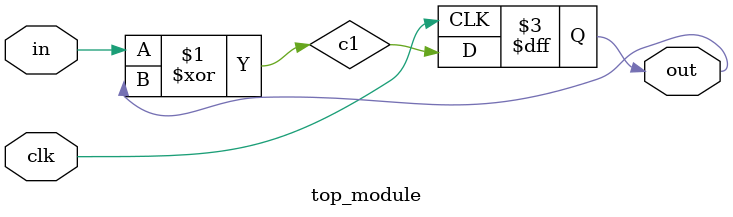
<source format=v>
module top_module (
    input clk,
    input in, 
    output out);
    wire c1;
    assign c1 = in^out;
    always @(posedge clk)
        out <= c1;
endmodule

</source>
